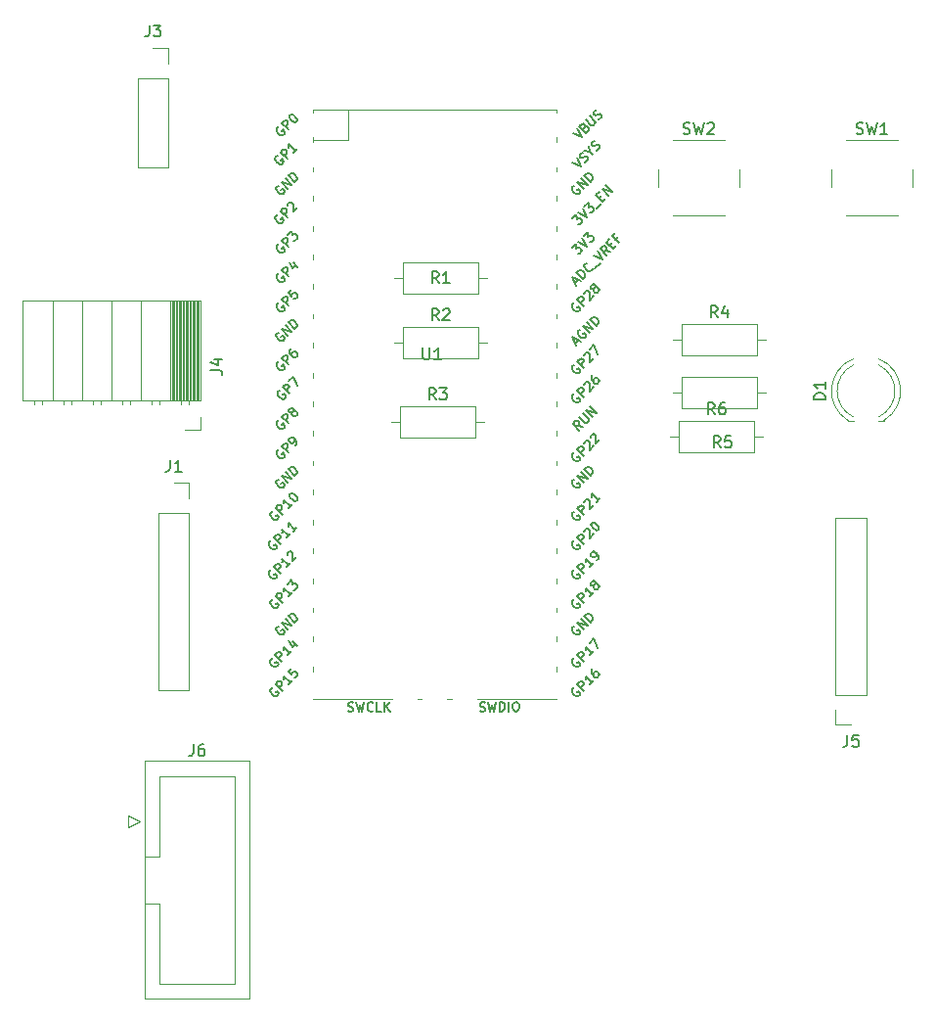
<source format=gbr>
%TF.GenerationSoftware,KiCad,Pcbnew,(6.0.1)*%
%TF.CreationDate,2022-11-11T16:48:07-03:00*%
%TF.ProjectId,Circuito esquem_tico,43697263-7569-4746-9f20-65737175656d,rev?*%
%TF.SameCoordinates,Original*%
%TF.FileFunction,Legend,Top*%
%TF.FilePolarity,Positive*%
%FSLAX46Y46*%
G04 Gerber Fmt 4.6, Leading zero omitted, Abs format (unit mm)*
G04 Created by KiCad (PCBNEW (6.0.1)) date 2022-11-11 16:48:07*
%MOMM*%
%LPD*%
G01*
G04 APERTURE LIST*
%ADD10C,0.150000*%
%ADD11C,0.120000*%
G04 APERTURE END LIST*
D10*
%TO.C,R6*%
X163409333Y-71488380D02*
X163076000Y-71012190D01*
X162837904Y-71488380D02*
X162837904Y-70488380D01*
X163218857Y-70488380D01*
X163314095Y-70536000D01*
X163361714Y-70583619D01*
X163409333Y-70678857D01*
X163409333Y-70821714D01*
X163361714Y-70916952D01*
X163314095Y-70964571D01*
X163218857Y-71012190D01*
X162837904Y-71012190D01*
X164266476Y-70488380D02*
X164076000Y-70488380D01*
X163980761Y-70536000D01*
X163933142Y-70583619D01*
X163837904Y-70726476D01*
X163790285Y-70916952D01*
X163790285Y-71297904D01*
X163837904Y-71393142D01*
X163885523Y-71440761D01*
X163980761Y-71488380D01*
X164171238Y-71488380D01*
X164266476Y-71440761D01*
X164314095Y-71393142D01*
X164361714Y-71297904D01*
X164361714Y-71059809D01*
X164314095Y-70964571D01*
X164266476Y-70916952D01*
X164171238Y-70869333D01*
X163980761Y-70869333D01*
X163885523Y-70916952D01*
X163837904Y-70964571D01*
X163790285Y-71059809D01*
%TO.C,J3*%
X114474666Y-37830380D02*
X114474666Y-38544666D01*
X114427047Y-38687523D01*
X114331809Y-38782761D01*
X114188952Y-38830380D01*
X114093714Y-38830380D01*
X114855619Y-37830380D02*
X115474666Y-37830380D01*
X115141333Y-38211333D01*
X115284190Y-38211333D01*
X115379428Y-38258952D01*
X115427047Y-38306571D01*
X115474666Y-38401809D01*
X115474666Y-38639904D01*
X115427047Y-38735142D01*
X115379428Y-38782761D01*
X115284190Y-38830380D01*
X114998476Y-38830380D01*
X114903238Y-38782761D01*
X114855619Y-38735142D01*
%TO.C,R5*%
X163917333Y-74366380D02*
X163584000Y-73890190D01*
X163345904Y-74366380D02*
X163345904Y-73366380D01*
X163726857Y-73366380D01*
X163822095Y-73414000D01*
X163869714Y-73461619D01*
X163917333Y-73556857D01*
X163917333Y-73699714D01*
X163869714Y-73794952D01*
X163822095Y-73842571D01*
X163726857Y-73890190D01*
X163345904Y-73890190D01*
X164822095Y-73366380D02*
X164345904Y-73366380D01*
X164298285Y-73842571D01*
X164345904Y-73794952D01*
X164441142Y-73747333D01*
X164679238Y-73747333D01*
X164774476Y-73794952D01*
X164822095Y-73842571D01*
X164869714Y-73937809D01*
X164869714Y-74175904D01*
X164822095Y-74271142D01*
X164774476Y-74318761D01*
X164679238Y-74366380D01*
X164441142Y-74366380D01*
X164345904Y-74318761D01*
X164298285Y-74271142D01*
%TO.C,J4*%
X119799386Y-67663324D02*
X120513672Y-67663324D01*
X120656529Y-67710943D01*
X120751767Y-67806181D01*
X120799386Y-67949038D01*
X120799386Y-68044276D01*
X120132720Y-66758562D02*
X120799386Y-66758562D01*
X119751767Y-66996657D02*
X120466053Y-67234752D01*
X120466053Y-66615705D01*
%TO.C,J6*%
X118294166Y-100032380D02*
X118294166Y-100746666D01*
X118246547Y-100889523D01*
X118151309Y-100984761D01*
X118008452Y-101032380D01*
X117913214Y-101032380D01*
X119198928Y-100032380D02*
X119008452Y-100032380D01*
X118913214Y-100080000D01*
X118865595Y-100127619D01*
X118770357Y-100270476D01*
X118722738Y-100460952D01*
X118722738Y-100841904D01*
X118770357Y-100937142D01*
X118817976Y-100984761D01*
X118913214Y-101032380D01*
X119103690Y-101032380D01*
X119198928Y-100984761D01*
X119246547Y-100937142D01*
X119294166Y-100841904D01*
X119294166Y-100603809D01*
X119246547Y-100508571D01*
X119198928Y-100460952D01*
X119103690Y-100413333D01*
X118913214Y-100413333D01*
X118817976Y-100460952D01*
X118770357Y-100508571D01*
X118722738Y-100603809D01*
%TO.C,R4*%
X163663333Y-63106380D02*
X163330000Y-62630190D01*
X163091904Y-63106380D02*
X163091904Y-62106380D01*
X163472857Y-62106380D01*
X163568095Y-62154000D01*
X163615714Y-62201619D01*
X163663333Y-62296857D01*
X163663333Y-62439714D01*
X163615714Y-62534952D01*
X163568095Y-62582571D01*
X163472857Y-62630190D01*
X163091904Y-62630190D01*
X164520476Y-62439714D02*
X164520476Y-63106380D01*
X164282380Y-62058761D02*
X164044285Y-62773047D01*
X164663333Y-62773047D01*
%TO.C,J1*%
X116277666Y-75442380D02*
X116277666Y-76156666D01*
X116230047Y-76299523D01*
X116134809Y-76394761D01*
X115991952Y-76442380D01*
X115896714Y-76442380D01*
X117277666Y-76442380D02*
X116706238Y-76442380D01*
X116991952Y-76442380D02*
X116991952Y-75442380D01*
X116896714Y-75585238D01*
X116801476Y-75680476D01*
X116706238Y-75728095D01*
%TO.C,SW2*%
X160718666Y-47208761D02*
X160861523Y-47256380D01*
X161099619Y-47256380D01*
X161194857Y-47208761D01*
X161242476Y-47161142D01*
X161290095Y-47065904D01*
X161290095Y-46970666D01*
X161242476Y-46875428D01*
X161194857Y-46827809D01*
X161099619Y-46780190D01*
X160909142Y-46732571D01*
X160813904Y-46684952D01*
X160766285Y-46637333D01*
X160718666Y-46542095D01*
X160718666Y-46446857D01*
X160766285Y-46351619D01*
X160813904Y-46304000D01*
X160909142Y-46256380D01*
X161147238Y-46256380D01*
X161290095Y-46304000D01*
X161623428Y-46256380D02*
X161861523Y-47256380D01*
X162052000Y-46542095D01*
X162242476Y-47256380D01*
X162480571Y-46256380D01*
X162813904Y-46351619D02*
X162861523Y-46304000D01*
X162956761Y-46256380D01*
X163194857Y-46256380D01*
X163290095Y-46304000D01*
X163337714Y-46351619D01*
X163385333Y-46446857D01*
X163385333Y-46542095D01*
X163337714Y-46684952D01*
X162766285Y-47256380D01*
X163385333Y-47256380D01*
%TO.C,D1*%
X173022380Y-70207095D02*
X172022380Y-70207095D01*
X172022380Y-69969000D01*
X172070000Y-69826142D01*
X172165238Y-69730904D01*
X172260476Y-69683285D01*
X172450952Y-69635666D01*
X172593809Y-69635666D01*
X172784285Y-69683285D01*
X172879523Y-69730904D01*
X172974761Y-69826142D01*
X173022380Y-69969000D01*
X173022380Y-70207095D01*
X173022380Y-68683285D02*
X173022380Y-69254714D01*
X173022380Y-68969000D02*
X172022380Y-68969000D01*
X172165238Y-69064238D01*
X172260476Y-69159476D01*
X172308095Y-69254714D01*
%TO.C,R1*%
X139533333Y-60142380D02*
X139200000Y-59666190D01*
X138961904Y-60142380D02*
X138961904Y-59142380D01*
X139342857Y-59142380D01*
X139438095Y-59190000D01*
X139485714Y-59237619D01*
X139533333Y-59332857D01*
X139533333Y-59475714D01*
X139485714Y-59570952D01*
X139438095Y-59618571D01*
X139342857Y-59666190D01*
X138961904Y-59666190D01*
X140485714Y-60142380D02*
X139914285Y-60142380D01*
X140200000Y-60142380D02*
X140200000Y-59142380D01*
X140104761Y-59285238D01*
X140009523Y-59380476D01*
X139914285Y-59428095D01*
%TO.C,R2*%
X139533333Y-63360380D02*
X139200000Y-62884190D01*
X138961904Y-63360380D02*
X138961904Y-62360380D01*
X139342857Y-62360380D01*
X139438095Y-62408000D01*
X139485714Y-62455619D01*
X139533333Y-62550857D01*
X139533333Y-62693714D01*
X139485714Y-62788952D01*
X139438095Y-62836571D01*
X139342857Y-62884190D01*
X138961904Y-62884190D01*
X139914285Y-62455619D02*
X139961904Y-62408000D01*
X140057142Y-62360380D01*
X140295238Y-62360380D01*
X140390476Y-62408000D01*
X140438095Y-62455619D01*
X140485714Y-62550857D01*
X140485714Y-62646095D01*
X140438095Y-62788952D01*
X139866666Y-63360380D01*
X140485714Y-63360380D01*
%TO.C,U1*%
X138176095Y-65746380D02*
X138176095Y-66555904D01*
X138223714Y-66651142D01*
X138271333Y-66698761D01*
X138366571Y-66746380D01*
X138557047Y-66746380D01*
X138652285Y-66698761D01*
X138699904Y-66651142D01*
X138747523Y-66555904D01*
X138747523Y-65746380D01*
X139747523Y-66746380D02*
X139176095Y-66746380D01*
X139461809Y-66746380D02*
X139461809Y-65746380D01*
X139366571Y-65889238D01*
X139271333Y-65984476D01*
X139176095Y-66032095D01*
X125035722Y-82432592D02*
X124954910Y-82459529D01*
X124874097Y-82540341D01*
X124820223Y-82648091D01*
X124820223Y-82755841D01*
X124847160Y-82836653D01*
X124927972Y-82971340D01*
X125008784Y-83052152D01*
X125143471Y-83132964D01*
X125224284Y-83159902D01*
X125332033Y-83159902D01*
X125439783Y-83106027D01*
X125493658Y-83052152D01*
X125547532Y-82944402D01*
X125547532Y-82890528D01*
X125358971Y-82701966D01*
X125251221Y-82809715D01*
X125843844Y-82701966D02*
X125278158Y-82136280D01*
X125493658Y-81920781D01*
X125574470Y-81893844D01*
X125628345Y-81893844D01*
X125709157Y-81920781D01*
X125789969Y-82001593D01*
X125816906Y-82082406D01*
X125816906Y-82136280D01*
X125789969Y-82217093D01*
X125574470Y-82432592D01*
X126705841Y-81839969D02*
X126382592Y-82163218D01*
X126544216Y-82001593D02*
X125978531Y-81435908D01*
X126005468Y-81570595D01*
X126005468Y-81678345D01*
X125978531Y-81759157D01*
X127244589Y-81301221D02*
X126921340Y-81624470D01*
X127082964Y-81462845D02*
X126517279Y-80897160D01*
X126544216Y-81031847D01*
X126544216Y-81139597D01*
X126517279Y-81220409D01*
X151343597Y-65352964D02*
X151612971Y-65083590D01*
X151451346Y-65568463D02*
X151074223Y-64814216D01*
X151828470Y-65191340D01*
X151774595Y-64167719D02*
X151693783Y-64194656D01*
X151612971Y-64275468D01*
X151559096Y-64383218D01*
X151559096Y-64490967D01*
X151586033Y-64571780D01*
X151666845Y-64706467D01*
X151747658Y-64787279D01*
X151882345Y-64868091D01*
X151963157Y-64895028D01*
X152070906Y-64895028D01*
X152178656Y-64841154D01*
X152232531Y-64787279D01*
X152286406Y-64679529D01*
X152286406Y-64625654D01*
X152097844Y-64437093D01*
X151990094Y-64544842D01*
X152582717Y-64437093D02*
X152017032Y-63871407D01*
X152905966Y-64113844D01*
X152340280Y-63548158D01*
X153175340Y-63844470D02*
X152609654Y-63278784D01*
X152744341Y-63144097D01*
X152852091Y-63090223D01*
X152959841Y-63090223D01*
X153040653Y-63117160D01*
X153175340Y-63197972D01*
X153256152Y-63278784D01*
X153336964Y-63413471D01*
X153363902Y-63494284D01*
X153363902Y-63602033D01*
X153310027Y-63709783D01*
X153175340Y-63844470D01*
X151278158Y-89810155D02*
X151197346Y-89837093D01*
X151116534Y-89917905D01*
X151062659Y-90025654D01*
X151062659Y-90133404D01*
X151089597Y-90214216D01*
X151170409Y-90348903D01*
X151251221Y-90429715D01*
X151385908Y-90510528D01*
X151466720Y-90537465D01*
X151574470Y-90537465D01*
X151682219Y-90483590D01*
X151736094Y-90429715D01*
X151789969Y-90321966D01*
X151789969Y-90268091D01*
X151601407Y-90079529D01*
X151493658Y-90187279D01*
X152086280Y-90079529D02*
X151520595Y-89513844D01*
X152409529Y-89756280D01*
X151843844Y-89190595D01*
X152678903Y-89486906D02*
X152113218Y-88921221D01*
X152247905Y-88786534D01*
X152355654Y-88732659D01*
X152463404Y-88732659D01*
X152544216Y-88759597D01*
X152678903Y-88840409D01*
X152759715Y-88921221D01*
X152840528Y-89055908D01*
X152867465Y-89136720D01*
X152867465Y-89244470D01*
X152813590Y-89352219D01*
X152678903Y-89486906D01*
X151145129Y-47139309D02*
X151899377Y-47516433D01*
X151522253Y-46762186D01*
X152168751Y-46654436D02*
X152276500Y-46600561D01*
X152330375Y-46600561D01*
X152411187Y-46627499D01*
X152492000Y-46708311D01*
X152518937Y-46789123D01*
X152518937Y-46842998D01*
X152492000Y-46923810D01*
X152276500Y-47139309D01*
X151710815Y-46573624D01*
X151899377Y-46385062D01*
X151980189Y-46358125D01*
X152034064Y-46358125D01*
X152114876Y-46385062D01*
X152168751Y-46438937D01*
X152195688Y-46519749D01*
X152195688Y-46573624D01*
X152168751Y-46654436D01*
X151980189Y-46842998D01*
X152276500Y-46007938D02*
X152734436Y-46465874D01*
X152815248Y-46492812D01*
X152869123Y-46492812D01*
X152949935Y-46465874D01*
X153057685Y-46358125D01*
X153084622Y-46277312D01*
X153084622Y-46223438D01*
X153057685Y-46142625D01*
X152599749Y-45684690D01*
X153380934Y-45981001D02*
X153488683Y-45927126D01*
X153623370Y-45792439D01*
X153650308Y-45711627D01*
X153650308Y-45657752D01*
X153623370Y-45576940D01*
X153569496Y-45523065D01*
X153488683Y-45496128D01*
X153434809Y-45496128D01*
X153353996Y-45523065D01*
X153219309Y-45603877D01*
X153138497Y-45630815D01*
X153084622Y-45630815D01*
X153003810Y-45603877D01*
X152949935Y-45550003D01*
X152922998Y-45469190D01*
X152922998Y-45415316D01*
X152949935Y-45334503D01*
X153084622Y-45199816D01*
X153192372Y-45145942D01*
X151278158Y-51710155D02*
X151197346Y-51737093D01*
X151116534Y-51817905D01*
X151062659Y-51925654D01*
X151062659Y-52033404D01*
X151089597Y-52114216D01*
X151170409Y-52248903D01*
X151251221Y-52329715D01*
X151385908Y-52410528D01*
X151466720Y-52437465D01*
X151574470Y-52437465D01*
X151682219Y-52383590D01*
X151736094Y-52329715D01*
X151789969Y-52221966D01*
X151789969Y-52168091D01*
X151601407Y-51979529D01*
X151493658Y-52087279D01*
X152086280Y-51979529D02*
X151520595Y-51413844D01*
X152409529Y-51656280D01*
X151843844Y-51090595D01*
X152678903Y-51386906D02*
X152113218Y-50821221D01*
X152247905Y-50686534D01*
X152355654Y-50632659D01*
X152463404Y-50632659D01*
X152544216Y-50659597D01*
X152678903Y-50740409D01*
X152759715Y-50821221D01*
X152840528Y-50955908D01*
X152867465Y-51036720D01*
X152867465Y-51144470D01*
X152813590Y-51252219D01*
X152678903Y-51386906D01*
X125181722Y-87512592D02*
X125100910Y-87539529D01*
X125020097Y-87620341D01*
X124966223Y-87728091D01*
X124966223Y-87835841D01*
X124993160Y-87916653D01*
X125073972Y-88051340D01*
X125154784Y-88132152D01*
X125289471Y-88212964D01*
X125370284Y-88239902D01*
X125478033Y-88239902D01*
X125585783Y-88186027D01*
X125639658Y-88132152D01*
X125693532Y-88024402D01*
X125693532Y-87970528D01*
X125504971Y-87781966D01*
X125397221Y-87889715D01*
X125989844Y-87781966D02*
X125424158Y-87216280D01*
X125639658Y-87000781D01*
X125720470Y-86973844D01*
X125774345Y-86973844D01*
X125855157Y-87000781D01*
X125935969Y-87081593D01*
X125962906Y-87162406D01*
X125962906Y-87216280D01*
X125935969Y-87297093D01*
X125720470Y-87512592D01*
X126851841Y-86919969D02*
X126528592Y-87243218D01*
X126690216Y-87081593D02*
X126124531Y-86515908D01*
X126151468Y-86650595D01*
X126151468Y-86758345D01*
X126124531Y-86839157D01*
X126474717Y-86165722D02*
X126824903Y-85815536D01*
X126851841Y-86219597D01*
X126932653Y-86138784D01*
X127013465Y-86111847D01*
X127067340Y-86111847D01*
X127148152Y-86138784D01*
X127282839Y-86273471D01*
X127309776Y-86354284D01*
X127309776Y-86408158D01*
X127282839Y-86488971D01*
X127121215Y-86650595D01*
X127040402Y-86677532D01*
X126986528Y-86677532D01*
X151346788Y-60145773D02*
X151616162Y-59876399D01*
X151454537Y-60361272D02*
X151077414Y-59607025D01*
X151831661Y-59984149D01*
X152020223Y-59795587D02*
X151454537Y-59229902D01*
X151589224Y-59095215D01*
X151696974Y-59041340D01*
X151804723Y-59041340D01*
X151885536Y-59068277D01*
X152020223Y-59149089D01*
X152101035Y-59229902D01*
X152181847Y-59364589D01*
X152208784Y-59445401D01*
X152208784Y-59553150D01*
X152154910Y-59660900D01*
X152020223Y-59795587D01*
X152855282Y-58852778D02*
X152855282Y-58906653D01*
X152801407Y-59014402D01*
X152747532Y-59068277D01*
X152639783Y-59122152D01*
X152532033Y-59122152D01*
X152451221Y-59095215D01*
X152316534Y-59014402D01*
X152235722Y-58933590D01*
X152154910Y-58798903D01*
X152127972Y-58718091D01*
X152127972Y-58610341D01*
X152181847Y-58502592D01*
X152235722Y-58448717D01*
X152343471Y-58394842D01*
X152397346Y-58394842D01*
X153070781Y-58852778D02*
X153501780Y-58421780D01*
X152936094Y-57748345D02*
X153690341Y-58125468D01*
X153313218Y-57371221D01*
X154390714Y-57425096D02*
X153932778Y-57344284D01*
X154067465Y-57748345D02*
X153501780Y-57182659D01*
X153717279Y-56967160D01*
X153798091Y-56940223D01*
X153851966Y-56940223D01*
X153932778Y-56967160D01*
X154013590Y-57047972D01*
X154040528Y-57128784D01*
X154040528Y-57182659D01*
X154013590Y-57263471D01*
X153798091Y-57478971D01*
X154336839Y-56886348D02*
X154525401Y-56697786D01*
X154902524Y-56913285D02*
X154633150Y-57182659D01*
X154067465Y-56616974D01*
X154336839Y-56347600D01*
X155037211Y-56185975D02*
X154848650Y-56374537D01*
X155144961Y-56670849D02*
X154579276Y-56105163D01*
X154848650Y-55835789D01*
X125705096Y-59303218D02*
X125624284Y-59330155D01*
X125543471Y-59410967D01*
X125489597Y-59518717D01*
X125489597Y-59626467D01*
X125516534Y-59707279D01*
X125597346Y-59841966D01*
X125678158Y-59922778D01*
X125812845Y-60003590D01*
X125893658Y-60030528D01*
X126001407Y-60030528D01*
X126109157Y-59976653D01*
X126163032Y-59922778D01*
X126216906Y-59815028D01*
X126216906Y-59761154D01*
X126028345Y-59572592D01*
X125920595Y-59680341D01*
X126513218Y-59572592D02*
X125947532Y-59006906D01*
X126163032Y-58791407D01*
X126243844Y-58764470D01*
X126297719Y-58764470D01*
X126378531Y-58791407D01*
X126459343Y-58872219D01*
X126486280Y-58953032D01*
X126486280Y-59006906D01*
X126459343Y-59087719D01*
X126243844Y-59303218D01*
X126944216Y-58387346D02*
X127321340Y-58764470D01*
X126594030Y-58306534D02*
X126863404Y-58845282D01*
X127213590Y-58495096D01*
X125805096Y-69433218D02*
X125724284Y-69460155D01*
X125643471Y-69540967D01*
X125589597Y-69648717D01*
X125589597Y-69756467D01*
X125616534Y-69837279D01*
X125697346Y-69971966D01*
X125778158Y-70052778D01*
X125912845Y-70133590D01*
X125993658Y-70160528D01*
X126101407Y-70160528D01*
X126209157Y-70106653D01*
X126263032Y-70052778D01*
X126316906Y-69945028D01*
X126316906Y-69891154D01*
X126128345Y-69702592D01*
X126020595Y-69810341D01*
X126613218Y-69702592D02*
X126047532Y-69136906D01*
X126263032Y-68921407D01*
X126343844Y-68894470D01*
X126397719Y-68894470D01*
X126478531Y-68921407D01*
X126559343Y-69002219D01*
X126586280Y-69083032D01*
X126586280Y-69136906D01*
X126559343Y-69217719D01*
X126343844Y-69433218D01*
X126559343Y-68625096D02*
X126936467Y-68247972D01*
X127259715Y-69056094D01*
X125181722Y-95132592D02*
X125100910Y-95159529D01*
X125020097Y-95240341D01*
X124966223Y-95348091D01*
X124966223Y-95455841D01*
X124993160Y-95536653D01*
X125073972Y-95671340D01*
X125154784Y-95752152D01*
X125289471Y-95832964D01*
X125370284Y-95859902D01*
X125478033Y-95859902D01*
X125585783Y-95806027D01*
X125639658Y-95752152D01*
X125693532Y-95644402D01*
X125693532Y-95590528D01*
X125504971Y-95401966D01*
X125397221Y-95509715D01*
X125989844Y-95401966D02*
X125424158Y-94836280D01*
X125639658Y-94620781D01*
X125720470Y-94593844D01*
X125774345Y-94593844D01*
X125855157Y-94620781D01*
X125935969Y-94701593D01*
X125962906Y-94782406D01*
X125962906Y-94836280D01*
X125935969Y-94917093D01*
X125720470Y-95132592D01*
X126851841Y-94539969D02*
X126528592Y-94863218D01*
X126690216Y-94701593D02*
X126124531Y-94135908D01*
X126151468Y-94270595D01*
X126151468Y-94378345D01*
X126124531Y-94459157D01*
X126797966Y-93462473D02*
X126528592Y-93731847D01*
X126771028Y-94028158D01*
X126771028Y-93974284D01*
X126797966Y-93893471D01*
X126932653Y-93758784D01*
X127013465Y-93731847D01*
X127067340Y-93731847D01*
X127148152Y-93758784D01*
X127282839Y-93893471D01*
X127309776Y-93974284D01*
X127309776Y-94028158D01*
X127282839Y-94108971D01*
X127148152Y-94243658D01*
X127067340Y-94270595D01*
X127013465Y-94270595D01*
X151289722Y-92592592D02*
X151208910Y-92619529D01*
X151128097Y-92700341D01*
X151074223Y-92808091D01*
X151074223Y-92915841D01*
X151101160Y-92996653D01*
X151181972Y-93131340D01*
X151262784Y-93212152D01*
X151397471Y-93292964D01*
X151478284Y-93319902D01*
X151586033Y-93319902D01*
X151693783Y-93266027D01*
X151747658Y-93212152D01*
X151801532Y-93104402D01*
X151801532Y-93050528D01*
X151612971Y-92861966D01*
X151505221Y-92969715D01*
X152097844Y-92861966D02*
X151532158Y-92296280D01*
X151747658Y-92080781D01*
X151828470Y-92053844D01*
X151882345Y-92053844D01*
X151963157Y-92080781D01*
X152043969Y-92161593D01*
X152070906Y-92242406D01*
X152070906Y-92296280D01*
X152043969Y-92377093D01*
X151828470Y-92592592D01*
X152959841Y-91999969D02*
X152636592Y-92323218D01*
X152798216Y-92161593D02*
X152232531Y-91595908D01*
X152259468Y-91730595D01*
X152259468Y-91838345D01*
X152232531Y-91919157D01*
X152582717Y-91245722D02*
X152959841Y-90868598D01*
X153283089Y-91676720D01*
X151289722Y-69732592D02*
X151208910Y-69759529D01*
X151128097Y-69840341D01*
X151074223Y-69948091D01*
X151074223Y-70055841D01*
X151101160Y-70136653D01*
X151181972Y-70271340D01*
X151262784Y-70352152D01*
X151397471Y-70432964D01*
X151478284Y-70459902D01*
X151586033Y-70459902D01*
X151693783Y-70406027D01*
X151747658Y-70352152D01*
X151801532Y-70244402D01*
X151801532Y-70190528D01*
X151612971Y-70001966D01*
X151505221Y-70109715D01*
X152097844Y-70001966D02*
X151532158Y-69436280D01*
X151747658Y-69220781D01*
X151828470Y-69193844D01*
X151882345Y-69193844D01*
X151963157Y-69220781D01*
X152043969Y-69301593D01*
X152070906Y-69382406D01*
X152070906Y-69436280D01*
X152043969Y-69517093D01*
X151828470Y-69732592D01*
X152124781Y-68951407D02*
X152124781Y-68897532D01*
X152151719Y-68816720D01*
X152286406Y-68682033D01*
X152367218Y-68655096D01*
X152421093Y-68655096D01*
X152501905Y-68682033D01*
X152555780Y-68735908D01*
X152609654Y-68843658D01*
X152609654Y-69490155D01*
X152959841Y-69139969D01*
X152879028Y-68089410D02*
X152771279Y-68197160D01*
X152744341Y-68277972D01*
X152744341Y-68331847D01*
X152771279Y-68466534D01*
X152852091Y-68601221D01*
X153067590Y-68816720D01*
X153148402Y-68843658D01*
X153202277Y-68843658D01*
X153283089Y-68816720D01*
X153390839Y-68708971D01*
X153417776Y-68628158D01*
X153417776Y-68574284D01*
X153390839Y-68493471D01*
X153256152Y-68358784D01*
X153175340Y-68331847D01*
X153121465Y-68331847D01*
X153040653Y-68358784D01*
X152932903Y-68466534D01*
X152905966Y-68547346D01*
X152905966Y-68601221D01*
X152932903Y-68682033D01*
X131682476Y-97135809D02*
X131796761Y-97173904D01*
X131987238Y-97173904D01*
X132063428Y-97135809D01*
X132101523Y-97097714D01*
X132139619Y-97021523D01*
X132139619Y-96945333D01*
X132101523Y-96869142D01*
X132063428Y-96831047D01*
X131987238Y-96792952D01*
X131834857Y-96754857D01*
X131758666Y-96716761D01*
X131720571Y-96678666D01*
X131682476Y-96602476D01*
X131682476Y-96526285D01*
X131720571Y-96450095D01*
X131758666Y-96412000D01*
X131834857Y-96373904D01*
X132025333Y-96373904D01*
X132139619Y-96412000D01*
X132406285Y-96373904D02*
X132596761Y-97173904D01*
X132749142Y-96602476D01*
X132901523Y-97173904D01*
X133092000Y-96373904D01*
X133853904Y-97097714D02*
X133815809Y-97135809D01*
X133701523Y-97173904D01*
X133625333Y-97173904D01*
X133511047Y-97135809D01*
X133434857Y-97059619D01*
X133396761Y-96983428D01*
X133358666Y-96831047D01*
X133358666Y-96716761D01*
X133396761Y-96564380D01*
X133434857Y-96488190D01*
X133511047Y-96412000D01*
X133625333Y-96373904D01*
X133701523Y-96373904D01*
X133815809Y-96412000D01*
X133853904Y-96450095D01*
X134577714Y-97173904D02*
X134196761Y-97173904D01*
X134196761Y-96373904D01*
X134844380Y-97173904D02*
X134844380Y-96373904D01*
X135301523Y-97173904D02*
X134958666Y-96716761D01*
X135301523Y-96373904D02*
X134844380Y-96831047D01*
X151114131Y-54570308D02*
X151464317Y-54220122D01*
X151491255Y-54624183D01*
X151572067Y-54543370D01*
X151652879Y-54516433D01*
X151706754Y-54516433D01*
X151787566Y-54543370D01*
X151922253Y-54678057D01*
X151949190Y-54758870D01*
X151949190Y-54812744D01*
X151922253Y-54893557D01*
X151760629Y-55055181D01*
X151679816Y-55082118D01*
X151625942Y-55082118D01*
X151625942Y-54058497D02*
X152380189Y-54435621D01*
X152003065Y-53681374D01*
X152137752Y-53546687D02*
X152487938Y-53196500D01*
X152514876Y-53600561D01*
X152595688Y-53519749D01*
X152676500Y-53492812D01*
X152730375Y-53492812D01*
X152811187Y-53519749D01*
X152945874Y-53654436D01*
X152972812Y-53735248D01*
X152972812Y-53789123D01*
X152945874Y-53869935D01*
X152784250Y-54031560D01*
X152703438Y-54058497D01*
X152649563Y-54058497D01*
X153215248Y-53708311D02*
X153646247Y-53277312D01*
X153430748Y-52792439D02*
X153619309Y-52603877D01*
X153996433Y-52819377D02*
X153727059Y-53088751D01*
X153161374Y-52523065D01*
X153430748Y-52253691D01*
X154238870Y-52576940D02*
X153673184Y-52011255D01*
X154562118Y-52253691D01*
X153996433Y-51688006D01*
X151081847Y-57102592D02*
X151432033Y-56752406D01*
X151458971Y-57156467D01*
X151539783Y-57075654D01*
X151620595Y-57048717D01*
X151674470Y-57048717D01*
X151755282Y-57075654D01*
X151889969Y-57210341D01*
X151916906Y-57291154D01*
X151916906Y-57345028D01*
X151889969Y-57425841D01*
X151728345Y-57587465D01*
X151647532Y-57614402D01*
X151593658Y-57614402D01*
X151593658Y-56590781D02*
X152347905Y-56967905D01*
X151970781Y-56213658D01*
X152105468Y-56078971D02*
X152455654Y-55728784D01*
X152482592Y-56132845D01*
X152563404Y-56052033D01*
X152644216Y-56025096D01*
X152698091Y-56025096D01*
X152778903Y-56052033D01*
X152913590Y-56186720D01*
X152940528Y-56267532D01*
X152940528Y-56321407D01*
X152913590Y-56402219D01*
X152751966Y-56563844D01*
X152671154Y-56590781D01*
X152617279Y-56590781D01*
X125705096Y-72003218D02*
X125624284Y-72030155D01*
X125543471Y-72110967D01*
X125489597Y-72218717D01*
X125489597Y-72326467D01*
X125516534Y-72407279D01*
X125597346Y-72541966D01*
X125678158Y-72622778D01*
X125812845Y-72703590D01*
X125893658Y-72730528D01*
X126001407Y-72730528D01*
X126109157Y-72676653D01*
X126163032Y-72622778D01*
X126216906Y-72515028D01*
X126216906Y-72461154D01*
X126028345Y-72272592D01*
X125920595Y-72380341D01*
X126513218Y-72272592D02*
X125947532Y-71706906D01*
X126163032Y-71491407D01*
X126243844Y-71464470D01*
X126297719Y-71464470D01*
X126378531Y-71491407D01*
X126459343Y-71572219D01*
X126486280Y-71653032D01*
X126486280Y-71706906D01*
X126459343Y-71787719D01*
X126243844Y-72003218D01*
X126836467Y-71302845D02*
X126755654Y-71329783D01*
X126701780Y-71329783D01*
X126620967Y-71302845D01*
X126594030Y-71275908D01*
X126567093Y-71195096D01*
X126567093Y-71141221D01*
X126594030Y-71060409D01*
X126701780Y-70952659D01*
X126782592Y-70925722D01*
X126836467Y-70925722D01*
X126917279Y-70952659D01*
X126944216Y-70979597D01*
X126971154Y-71060409D01*
X126971154Y-71114284D01*
X126944216Y-71195096D01*
X126836467Y-71302845D01*
X126809529Y-71383658D01*
X126809529Y-71437532D01*
X126836467Y-71518345D01*
X126944216Y-71626094D01*
X127025028Y-71653032D01*
X127078903Y-71653032D01*
X127159715Y-71626094D01*
X127267465Y-71518345D01*
X127294402Y-71437532D01*
X127294402Y-71383658D01*
X127267465Y-71302845D01*
X127159715Y-71195096D01*
X127078903Y-71168158D01*
X127025028Y-71168158D01*
X126944216Y-71195096D01*
X151289722Y-95132592D02*
X151208910Y-95159529D01*
X151128097Y-95240341D01*
X151074223Y-95348091D01*
X151074223Y-95455841D01*
X151101160Y-95536653D01*
X151181972Y-95671340D01*
X151262784Y-95752152D01*
X151397471Y-95832964D01*
X151478284Y-95859902D01*
X151586033Y-95859902D01*
X151693783Y-95806027D01*
X151747658Y-95752152D01*
X151801532Y-95644402D01*
X151801532Y-95590528D01*
X151612971Y-95401966D01*
X151505221Y-95509715D01*
X152097844Y-95401966D02*
X151532158Y-94836280D01*
X151747658Y-94620781D01*
X151828470Y-94593844D01*
X151882345Y-94593844D01*
X151963157Y-94620781D01*
X152043969Y-94701593D01*
X152070906Y-94782406D01*
X152070906Y-94836280D01*
X152043969Y-94917093D01*
X151828470Y-95132592D01*
X152959841Y-94539969D02*
X152636592Y-94863218D01*
X152798216Y-94701593D02*
X152232531Y-94135908D01*
X152259468Y-94270595D01*
X152259468Y-94378345D01*
X152232531Y-94459157D01*
X152879028Y-93489410D02*
X152771279Y-93597160D01*
X152744341Y-93677972D01*
X152744341Y-93731847D01*
X152771279Y-93866534D01*
X152852091Y-94001221D01*
X153067590Y-94216720D01*
X153148402Y-94243658D01*
X153202277Y-94243658D01*
X153283089Y-94216720D01*
X153390839Y-94108971D01*
X153417776Y-94028158D01*
X153417776Y-93974284D01*
X153390839Y-93893471D01*
X153256152Y-93758784D01*
X153175340Y-93731847D01*
X153121465Y-93731847D01*
X153040653Y-93758784D01*
X152932903Y-93866534D01*
X152905966Y-93947346D01*
X152905966Y-94001221D01*
X152932903Y-94082033D01*
X151278158Y-77110155D02*
X151197346Y-77137093D01*
X151116534Y-77217905D01*
X151062659Y-77325654D01*
X151062659Y-77433404D01*
X151089597Y-77514216D01*
X151170409Y-77648903D01*
X151251221Y-77729715D01*
X151385908Y-77810528D01*
X151466720Y-77837465D01*
X151574470Y-77837465D01*
X151682219Y-77783590D01*
X151736094Y-77729715D01*
X151789969Y-77621966D01*
X151789969Y-77568091D01*
X151601407Y-77379529D01*
X151493658Y-77487279D01*
X152086280Y-77379529D02*
X151520595Y-76813844D01*
X152409529Y-77056280D01*
X151843844Y-76490595D01*
X152678903Y-76786906D02*
X152113218Y-76221221D01*
X152247905Y-76086534D01*
X152355654Y-76032659D01*
X152463404Y-76032659D01*
X152544216Y-76059597D01*
X152678903Y-76140409D01*
X152759715Y-76221221D01*
X152840528Y-76355908D01*
X152867465Y-76436720D01*
X152867465Y-76544470D01*
X152813590Y-76652219D01*
X152678903Y-76786906D01*
X125678158Y-64410155D02*
X125597346Y-64437093D01*
X125516534Y-64517905D01*
X125462659Y-64625654D01*
X125462659Y-64733404D01*
X125489597Y-64814216D01*
X125570409Y-64948903D01*
X125651221Y-65029715D01*
X125785908Y-65110528D01*
X125866720Y-65137465D01*
X125974470Y-65137465D01*
X126082219Y-65083590D01*
X126136094Y-65029715D01*
X126189969Y-64921966D01*
X126189969Y-64868091D01*
X126001407Y-64679529D01*
X125893658Y-64787279D01*
X126486280Y-64679529D02*
X125920595Y-64113844D01*
X126809529Y-64356280D01*
X126243844Y-63790595D01*
X127078903Y-64086906D02*
X126513218Y-63521221D01*
X126647905Y-63386534D01*
X126755654Y-63332659D01*
X126863404Y-63332659D01*
X126944216Y-63359597D01*
X127078903Y-63440409D01*
X127159715Y-63521221D01*
X127240528Y-63655908D01*
X127267465Y-63736720D01*
X127267465Y-63844470D01*
X127213590Y-63952219D01*
X127078903Y-64086906D01*
X151289722Y-61858592D02*
X151208910Y-61885529D01*
X151128097Y-61966341D01*
X151074223Y-62074091D01*
X151074223Y-62181841D01*
X151101160Y-62262653D01*
X151181972Y-62397340D01*
X151262784Y-62478152D01*
X151397471Y-62558964D01*
X151478284Y-62585902D01*
X151586033Y-62585902D01*
X151693783Y-62532027D01*
X151747658Y-62478152D01*
X151801532Y-62370402D01*
X151801532Y-62316528D01*
X151612971Y-62127966D01*
X151505221Y-62235715D01*
X152097844Y-62127966D02*
X151532158Y-61562280D01*
X151747658Y-61346781D01*
X151828470Y-61319844D01*
X151882345Y-61319844D01*
X151963157Y-61346781D01*
X152043969Y-61427593D01*
X152070906Y-61508406D01*
X152070906Y-61562280D01*
X152043969Y-61643093D01*
X151828470Y-61858592D01*
X152124781Y-61077407D02*
X152124781Y-61023532D01*
X152151719Y-60942720D01*
X152286406Y-60808033D01*
X152367218Y-60781096D01*
X152421093Y-60781096D01*
X152501905Y-60808033D01*
X152555780Y-60861908D01*
X152609654Y-60969658D01*
X152609654Y-61616155D01*
X152959841Y-61265969D01*
X152959841Y-60619471D02*
X152879028Y-60646409D01*
X152825154Y-60646409D01*
X152744341Y-60619471D01*
X152717404Y-60592534D01*
X152690467Y-60511722D01*
X152690467Y-60457847D01*
X152717404Y-60377035D01*
X152825154Y-60269285D01*
X152905966Y-60242348D01*
X152959841Y-60242348D01*
X153040653Y-60269285D01*
X153067590Y-60296223D01*
X153094528Y-60377035D01*
X153094528Y-60430910D01*
X153067590Y-60511722D01*
X152959841Y-60619471D01*
X152932903Y-60700284D01*
X152932903Y-60754158D01*
X152959841Y-60834971D01*
X153067590Y-60942720D01*
X153148402Y-60969658D01*
X153202277Y-60969658D01*
X153283089Y-60942720D01*
X153390839Y-60834971D01*
X153417776Y-60754158D01*
X153417776Y-60700284D01*
X153390839Y-60619471D01*
X153283089Y-60511722D01*
X153202277Y-60484784D01*
X153148402Y-60484784D01*
X153067590Y-60511722D01*
X125705096Y-74543218D02*
X125624284Y-74570155D01*
X125543471Y-74650967D01*
X125489597Y-74758717D01*
X125489597Y-74866467D01*
X125516534Y-74947279D01*
X125597346Y-75081966D01*
X125678158Y-75162778D01*
X125812845Y-75243590D01*
X125893658Y-75270528D01*
X126001407Y-75270528D01*
X126109157Y-75216653D01*
X126163032Y-75162778D01*
X126216906Y-75055028D01*
X126216906Y-75001154D01*
X126028345Y-74812592D01*
X125920595Y-74920341D01*
X126513218Y-74812592D02*
X125947532Y-74246906D01*
X126163032Y-74031407D01*
X126243844Y-74004470D01*
X126297719Y-74004470D01*
X126378531Y-74031407D01*
X126459343Y-74112219D01*
X126486280Y-74193032D01*
X126486280Y-74246906D01*
X126459343Y-74327719D01*
X126243844Y-74543218D01*
X127105841Y-74219969D02*
X127213590Y-74112219D01*
X127240528Y-74031407D01*
X127240528Y-73977532D01*
X127213590Y-73842845D01*
X127132778Y-73708158D01*
X126917279Y-73492659D01*
X126836467Y-73465722D01*
X126782592Y-73465722D01*
X126701780Y-73492659D01*
X126594030Y-73600409D01*
X126567093Y-73681221D01*
X126567093Y-73735096D01*
X126594030Y-73815908D01*
X126728717Y-73950595D01*
X126809529Y-73977532D01*
X126863404Y-73977532D01*
X126944216Y-73950595D01*
X127051966Y-73842845D01*
X127078903Y-73762033D01*
X127078903Y-73708158D01*
X127051966Y-73627346D01*
X143096761Y-97135809D02*
X143211047Y-97173904D01*
X143401523Y-97173904D01*
X143477714Y-97135809D01*
X143515809Y-97097714D01*
X143553904Y-97021523D01*
X143553904Y-96945333D01*
X143515809Y-96869142D01*
X143477714Y-96831047D01*
X143401523Y-96792952D01*
X143249142Y-96754857D01*
X143172952Y-96716761D01*
X143134857Y-96678666D01*
X143096761Y-96602476D01*
X143096761Y-96526285D01*
X143134857Y-96450095D01*
X143172952Y-96412000D01*
X143249142Y-96373904D01*
X143439619Y-96373904D01*
X143553904Y-96412000D01*
X143820571Y-96373904D02*
X144011047Y-97173904D01*
X144163428Y-96602476D01*
X144315809Y-97173904D01*
X144506285Y-96373904D01*
X144811047Y-97173904D02*
X144811047Y-96373904D01*
X145001523Y-96373904D01*
X145115809Y-96412000D01*
X145192000Y-96488190D01*
X145230095Y-96564380D01*
X145268190Y-96716761D01*
X145268190Y-96831047D01*
X145230095Y-96983428D01*
X145192000Y-97059619D01*
X145115809Y-97135809D01*
X145001523Y-97173904D01*
X144811047Y-97173904D01*
X145611047Y-97173904D02*
X145611047Y-96373904D01*
X146144380Y-96373904D02*
X146296761Y-96373904D01*
X146372952Y-96412000D01*
X146449142Y-96488190D01*
X146487238Y-96640571D01*
X146487238Y-96907238D01*
X146449142Y-97059619D01*
X146372952Y-97135809D01*
X146296761Y-97173904D01*
X146144380Y-97173904D01*
X146068190Y-97135809D01*
X145992000Y-97059619D01*
X145953904Y-96907238D01*
X145953904Y-96640571D01*
X145992000Y-96488190D01*
X146068190Y-96412000D01*
X146144380Y-96373904D01*
X125705096Y-61843218D02*
X125624284Y-61870155D01*
X125543471Y-61950967D01*
X125489597Y-62058717D01*
X125489597Y-62166467D01*
X125516534Y-62247279D01*
X125597346Y-62381966D01*
X125678158Y-62462778D01*
X125812845Y-62543590D01*
X125893658Y-62570528D01*
X126001407Y-62570528D01*
X126109157Y-62516653D01*
X126163032Y-62462778D01*
X126216906Y-62355028D01*
X126216906Y-62301154D01*
X126028345Y-62112592D01*
X125920595Y-62220341D01*
X126513218Y-62112592D02*
X125947532Y-61546906D01*
X126163032Y-61331407D01*
X126243844Y-61304470D01*
X126297719Y-61304470D01*
X126378531Y-61331407D01*
X126459343Y-61412219D01*
X126486280Y-61493032D01*
X126486280Y-61546906D01*
X126459343Y-61627719D01*
X126243844Y-61843218D01*
X126782592Y-60711847D02*
X126513218Y-60981221D01*
X126755654Y-61277532D01*
X126755654Y-61223658D01*
X126782592Y-61142845D01*
X126917279Y-61008158D01*
X126998091Y-60981221D01*
X127051966Y-60981221D01*
X127132778Y-61008158D01*
X127267465Y-61142845D01*
X127294402Y-61223658D01*
X127294402Y-61277532D01*
X127267465Y-61358345D01*
X127132778Y-61493032D01*
X127051966Y-61519969D01*
X126998091Y-61519969D01*
X125705096Y-46603218D02*
X125624284Y-46630155D01*
X125543471Y-46710967D01*
X125489597Y-46818717D01*
X125489597Y-46926467D01*
X125516534Y-47007279D01*
X125597346Y-47141966D01*
X125678158Y-47222778D01*
X125812845Y-47303590D01*
X125893658Y-47330528D01*
X126001407Y-47330528D01*
X126109157Y-47276653D01*
X126163032Y-47222778D01*
X126216906Y-47115028D01*
X126216906Y-47061154D01*
X126028345Y-46872592D01*
X125920595Y-46980341D01*
X126513218Y-46872592D02*
X125947532Y-46306906D01*
X126163032Y-46091407D01*
X126243844Y-46064470D01*
X126297719Y-46064470D01*
X126378531Y-46091407D01*
X126459343Y-46172219D01*
X126486280Y-46253032D01*
X126486280Y-46306906D01*
X126459343Y-46387719D01*
X126243844Y-46603218D01*
X126620967Y-45633471D02*
X126674842Y-45579597D01*
X126755654Y-45552659D01*
X126809529Y-45552659D01*
X126890341Y-45579597D01*
X127025028Y-45660409D01*
X127159715Y-45795096D01*
X127240528Y-45929783D01*
X127267465Y-46010595D01*
X127267465Y-46064470D01*
X127240528Y-46145282D01*
X127186653Y-46199157D01*
X127105841Y-46226094D01*
X127051966Y-46226094D01*
X126971154Y-46199157D01*
X126836467Y-46118345D01*
X126701780Y-45983658D01*
X126620967Y-45848971D01*
X126594030Y-45768158D01*
X126594030Y-45714284D01*
X126620967Y-45633471D01*
X125705096Y-56763218D02*
X125624284Y-56790155D01*
X125543471Y-56870967D01*
X125489597Y-56978717D01*
X125489597Y-57086467D01*
X125516534Y-57167279D01*
X125597346Y-57301966D01*
X125678158Y-57382778D01*
X125812845Y-57463590D01*
X125893658Y-57490528D01*
X126001407Y-57490528D01*
X126109157Y-57436653D01*
X126163032Y-57382778D01*
X126216906Y-57275028D01*
X126216906Y-57221154D01*
X126028345Y-57032592D01*
X125920595Y-57140341D01*
X126513218Y-57032592D02*
X125947532Y-56466906D01*
X126163032Y-56251407D01*
X126243844Y-56224470D01*
X126297719Y-56224470D01*
X126378531Y-56251407D01*
X126459343Y-56332219D01*
X126486280Y-56413032D01*
X126486280Y-56466906D01*
X126459343Y-56547719D01*
X126243844Y-56763218D01*
X126459343Y-55955096D02*
X126809529Y-55604910D01*
X126836467Y-56008971D01*
X126917279Y-55928158D01*
X126998091Y-55901221D01*
X127051966Y-55901221D01*
X127132778Y-55928158D01*
X127267465Y-56062845D01*
X127294402Y-56143658D01*
X127294402Y-56197532D01*
X127267465Y-56278345D01*
X127105841Y-56439969D01*
X127025028Y-56466906D01*
X126971154Y-56466906D01*
X125678158Y-89810155D02*
X125597346Y-89837093D01*
X125516534Y-89917905D01*
X125462659Y-90025654D01*
X125462659Y-90133404D01*
X125489597Y-90214216D01*
X125570409Y-90348903D01*
X125651221Y-90429715D01*
X125785908Y-90510528D01*
X125866720Y-90537465D01*
X125974470Y-90537465D01*
X126082219Y-90483590D01*
X126136094Y-90429715D01*
X126189969Y-90321966D01*
X126189969Y-90268091D01*
X126001407Y-90079529D01*
X125893658Y-90187279D01*
X126486280Y-90079529D02*
X125920595Y-89513844D01*
X126809529Y-89756280D01*
X126243844Y-89190595D01*
X127078903Y-89486906D02*
X126513218Y-88921221D01*
X126647905Y-88786534D01*
X126755654Y-88732659D01*
X126863404Y-88732659D01*
X126944216Y-88759597D01*
X127078903Y-88840409D01*
X127159715Y-88921221D01*
X127240528Y-89055908D01*
X127267465Y-89136720D01*
X127267465Y-89244470D01*
X127213590Y-89352219D01*
X127078903Y-89486906D01*
X125678158Y-51710155D02*
X125597346Y-51737093D01*
X125516534Y-51817905D01*
X125462659Y-51925654D01*
X125462659Y-52033404D01*
X125489597Y-52114216D01*
X125570409Y-52248903D01*
X125651221Y-52329715D01*
X125785908Y-52410528D01*
X125866720Y-52437465D01*
X125974470Y-52437465D01*
X126082219Y-52383590D01*
X126136094Y-52329715D01*
X126189969Y-52221966D01*
X126189969Y-52168091D01*
X126001407Y-51979529D01*
X125893658Y-52087279D01*
X126486280Y-51979529D02*
X125920595Y-51413844D01*
X126809529Y-51656280D01*
X126243844Y-51090595D01*
X127078903Y-51386906D02*
X126513218Y-50821221D01*
X126647905Y-50686534D01*
X126755654Y-50632659D01*
X126863404Y-50632659D01*
X126944216Y-50659597D01*
X127078903Y-50740409D01*
X127159715Y-50821221D01*
X127240528Y-50955908D01*
X127267465Y-51036720D01*
X127267465Y-51144470D01*
X127213590Y-51252219D01*
X127078903Y-51386906D01*
X151289722Y-82432592D02*
X151208910Y-82459529D01*
X151128097Y-82540341D01*
X151074223Y-82648091D01*
X151074223Y-82755841D01*
X151101160Y-82836653D01*
X151181972Y-82971340D01*
X151262784Y-83052152D01*
X151397471Y-83132964D01*
X151478284Y-83159902D01*
X151586033Y-83159902D01*
X151693783Y-83106027D01*
X151747658Y-83052152D01*
X151801532Y-82944402D01*
X151801532Y-82890528D01*
X151612971Y-82701966D01*
X151505221Y-82809715D01*
X152097844Y-82701966D02*
X151532158Y-82136280D01*
X151747658Y-81920781D01*
X151828470Y-81893844D01*
X151882345Y-81893844D01*
X151963157Y-81920781D01*
X152043969Y-82001593D01*
X152070906Y-82082406D01*
X152070906Y-82136280D01*
X152043969Y-82217093D01*
X151828470Y-82432592D01*
X152124781Y-81651407D02*
X152124781Y-81597532D01*
X152151719Y-81516720D01*
X152286406Y-81382033D01*
X152367218Y-81355096D01*
X152421093Y-81355096D01*
X152501905Y-81382033D01*
X152555780Y-81435908D01*
X152609654Y-81543658D01*
X152609654Y-82190155D01*
X152959841Y-81839969D01*
X152744341Y-80924097D02*
X152798216Y-80870223D01*
X152879028Y-80843285D01*
X152932903Y-80843285D01*
X153013715Y-80870223D01*
X153148402Y-80951035D01*
X153283089Y-81085722D01*
X153363902Y-81220409D01*
X153390839Y-81301221D01*
X153390839Y-81355096D01*
X153363902Y-81435908D01*
X153310027Y-81489783D01*
X153229215Y-81516720D01*
X153175340Y-81516720D01*
X153094528Y-81489783D01*
X152959841Y-81408971D01*
X152825154Y-81274284D01*
X152744341Y-81139597D01*
X152717404Y-81058784D01*
X152717404Y-81004910D01*
X152744341Y-80924097D01*
X151289722Y-84972592D02*
X151208910Y-84999529D01*
X151128097Y-85080341D01*
X151074223Y-85188091D01*
X151074223Y-85295841D01*
X151101160Y-85376653D01*
X151181972Y-85511340D01*
X151262784Y-85592152D01*
X151397471Y-85672964D01*
X151478284Y-85699902D01*
X151586033Y-85699902D01*
X151693783Y-85646027D01*
X151747658Y-85592152D01*
X151801532Y-85484402D01*
X151801532Y-85430528D01*
X151612971Y-85241966D01*
X151505221Y-85349715D01*
X152097844Y-85241966D02*
X151532158Y-84676280D01*
X151747658Y-84460781D01*
X151828470Y-84433844D01*
X151882345Y-84433844D01*
X151963157Y-84460781D01*
X152043969Y-84541593D01*
X152070906Y-84622406D01*
X152070906Y-84676280D01*
X152043969Y-84757093D01*
X151828470Y-84972592D01*
X152959841Y-84379969D02*
X152636592Y-84703218D01*
X152798216Y-84541593D02*
X152232531Y-83975908D01*
X152259468Y-84110595D01*
X152259468Y-84218345D01*
X152232531Y-84299157D01*
X153229215Y-84110595D02*
X153336964Y-84002845D01*
X153363902Y-83922033D01*
X153363902Y-83868158D01*
X153336964Y-83733471D01*
X153256152Y-83598784D01*
X153040653Y-83383285D01*
X152959841Y-83356348D01*
X152905966Y-83356348D01*
X152825154Y-83383285D01*
X152717404Y-83491035D01*
X152690467Y-83571847D01*
X152690467Y-83625722D01*
X152717404Y-83706534D01*
X152852091Y-83841221D01*
X152932903Y-83868158D01*
X152986778Y-83868158D01*
X153067590Y-83841221D01*
X153175340Y-83733471D01*
X153202277Y-83652659D01*
X153202277Y-83598784D01*
X153175340Y-83517972D01*
X125605096Y-54223218D02*
X125524284Y-54250155D01*
X125443471Y-54330967D01*
X125389597Y-54438717D01*
X125389597Y-54546467D01*
X125416534Y-54627279D01*
X125497346Y-54761966D01*
X125578158Y-54842778D01*
X125712845Y-54923590D01*
X125793658Y-54950528D01*
X125901407Y-54950528D01*
X126009157Y-54896653D01*
X126063032Y-54842778D01*
X126116906Y-54735028D01*
X126116906Y-54681154D01*
X125928345Y-54492592D01*
X125820595Y-54600341D01*
X126413218Y-54492592D02*
X125847532Y-53926906D01*
X126063032Y-53711407D01*
X126143844Y-53684470D01*
X126197719Y-53684470D01*
X126278531Y-53711407D01*
X126359343Y-53792219D01*
X126386280Y-53873032D01*
X126386280Y-53926906D01*
X126359343Y-54007719D01*
X126143844Y-54223218D01*
X126440155Y-53442033D02*
X126440155Y-53388158D01*
X126467093Y-53307346D01*
X126601780Y-53172659D01*
X126682592Y-53145722D01*
X126736467Y-53145722D01*
X126817279Y-53172659D01*
X126871154Y-53226534D01*
X126925028Y-53334284D01*
X126925028Y-53980781D01*
X127275215Y-53630595D01*
X151289722Y-87512592D02*
X151208910Y-87539529D01*
X151128097Y-87620341D01*
X151074223Y-87728091D01*
X151074223Y-87835841D01*
X151101160Y-87916653D01*
X151181972Y-88051340D01*
X151262784Y-88132152D01*
X151397471Y-88212964D01*
X151478284Y-88239902D01*
X151586033Y-88239902D01*
X151693783Y-88186027D01*
X151747658Y-88132152D01*
X151801532Y-88024402D01*
X151801532Y-87970528D01*
X151612971Y-87781966D01*
X151505221Y-87889715D01*
X152097844Y-87781966D02*
X151532158Y-87216280D01*
X151747658Y-87000781D01*
X151828470Y-86973844D01*
X151882345Y-86973844D01*
X151963157Y-87000781D01*
X152043969Y-87081593D01*
X152070906Y-87162406D01*
X152070906Y-87216280D01*
X152043969Y-87297093D01*
X151828470Y-87512592D01*
X152959841Y-86919969D02*
X152636592Y-87243218D01*
X152798216Y-87081593D02*
X152232531Y-86515908D01*
X152259468Y-86650595D01*
X152259468Y-86758345D01*
X152232531Y-86839157D01*
X152959841Y-86273471D02*
X152879028Y-86300409D01*
X152825154Y-86300409D01*
X152744341Y-86273471D01*
X152717404Y-86246534D01*
X152690467Y-86165722D01*
X152690467Y-86111847D01*
X152717404Y-86031035D01*
X152825154Y-85923285D01*
X152905966Y-85896348D01*
X152959841Y-85896348D01*
X153040653Y-85923285D01*
X153067590Y-85950223D01*
X153094528Y-86031035D01*
X153094528Y-86084910D01*
X153067590Y-86165722D01*
X152959841Y-86273471D01*
X152932903Y-86354284D01*
X152932903Y-86408158D01*
X152959841Y-86488971D01*
X153067590Y-86596720D01*
X153148402Y-86623658D01*
X153202277Y-86623658D01*
X153283089Y-86596720D01*
X153390839Y-86488971D01*
X153417776Y-86408158D01*
X153417776Y-86354284D01*
X153390839Y-86273471D01*
X153283089Y-86165722D01*
X153202277Y-86138784D01*
X153148402Y-86138784D01*
X153067590Y-86165722D01*
X125705096Y-66923218D02*
X125624284Y-66950155D01*
X125543471Y-67030967D01*
X125489597Y-67138717D01*
X125489597Y-67246467D01*
X125516534Y-67327279D01*
X125597346Y-67461966D01*
X125678158Y-67542778D01*
X125812845Y-67623590D01*
X125893658Y-67650528D01*
X126001407Y-67650528D01*
X126109157Y-67596653D01*
X126163032Y-67542778D01*
X126216906Y-67435028D01*
X126216906Y-67381154D01*
X126028345Y-67192592D01*
X125920595Y-67300341D01*
X126513218Y-67192592D02*
X125947532Y-66626906D01*
X126163032Y-66411407D01*
X126243844Y-66384470D01*
X126297719Y-66384470D01*
X126378531Y-66411407D01*
X126459343Y-66492219D01*
X126486280Y-66573032D01*
X126486280Y-66626906D01*
X126459343Y-66707719D01*
X126243844Y-66923218D01*
X126755654Y-65818784D02*
X126647905Y-65926534D01*
X126620967Y-66007346D01*
X126620967Y-66061221D01*
X126647905Y-66195908D01*
X126728717Y-66330595D01*
X126944216Y-66546094D01*
X127025028Y-66573032D01*
X127078903Y-66573032D01*
X127159715Y-66546094D01*
X127267465Y-66438345D01*
X127294402Y-66357532D01*
X127294402Y-66303658D01*
X127267465Y-66222845D01*
X127132778Y-66088158D01*
X127051966Y-66061221D01*
X126998091Y-66061221D01*
X126917279Y-66088158D01*
X126809529Y-66195908D01*
X126782592Y-66276720D01*
X126782592Y-66330595D01*
X126809529Y-66411407D01*
X151289722Y-79902592D02*
X151208910Y-79929529D01*
X151128097Y-80010341D01*
X151074223Y-80118091D01*
X151074223Y-80225841D01*
X151101160Y-80306653D01*
X151181972Y-80441340D01*
X151262784Y-80522152D01*
X151397471Y-80602964D01*
X151478284Y-80629902D01*
X151586033Y-80629902D01*
X151693783Y-80576027D01*
X151747658Y-80522152D01*
X151801532Y-80414402D01*
X151801532Y-80360528D01*
X151612971Y-80171966D01*
X151505221Y-80279715D01*
X152097844Y-80171966D02*
X151532158Y-79606280D01*
X151747658Y-79390781D01*
X151828470Y-79363844D01*
X151882345Y-79363844D01*
X151963157Y-79390781D01*
X152043969Y-79471593D01*
X152070906Y-79552406D01*
X152070906Y-79606280D01*
X152043969Y-79687093D01*
X151828470Y-79902592D01*
X152124781Y-79121407D02*
X152124781Y-79067532D01*
X152151719Y-78986720D01*
X152286406Y-78852033D01*
X152367218Y-78825096D01*
X152421093Y-78825096D01*
X152501905Y-78852033D01*
X152555780Y-78905908D01*
X152609654Y-79013658D01*
X152609654Y-79660155D01*
X152959841Y-79309969D01*
X153498589Y-78771221D02*
X153175340Y-79094470D01*
X153336964Y-78932845D02*
X152771279Y-78367160D01*
X152798216Y-78501847D01*
X152798216Y-78609597D01*
X152771279Y-78690409D01*
X151289722Y-74812592D02*
X151208910Y-74839529D01*
X151128097Y-74920341D01*
X151074223Y-75028091D01*
X151074223Y-75135841D01*
X151101160Y-75216653D01*
X151181972Y-75351340D01*
X151262784Y-75432152D01*
X151397471Y-75512964D01*
X151478284Y-75539902D01*
X151586033Y-75539902D01*
X151693783Y-75486027D01*
X151747658Y-75432152D01*
X151801532Y-75324402D01*
X151801532Y-75270528D01*
X151612971Y-75081966D01*
X151505221Y-75189715D01*
X152097844Y-75081966D02*
X151532158Y-74516280D01*
X151747658Y-74300781D01*
X151828470Y-74273844D01*
X151882345Y-74273844D01*
X151963157Y-74300781D01*
X152043969Y-74381593D01*
X152070906Y-74462406D01*
X152070906Y-74516280D01*
X152043969Y-74597093D01*
X151828470Y-74812592D01*
X152124781Y-74031407D02*
X152124781Y-73977532D01*
X152151719Y-73896720D01*
X152286406Y-73762033D01*
X152367218Y-73735096D01*
X152421093Y-73735096D01*
X152501905Y-73762033D01*
X152555780Y-73815908D01*
X152609654Y-73923658D01*
X152609654Y-74570155D01*
X152959841Y-74219969D01*
X152663529Y-73492659D02*
X152663529Y-73438784D01*
X152690467Y-73357972D01*
X152825154Y-73223285D01*
X152905966Y-73196348D01*
X152959841Y-73196348D01*
X153040653Y-73223285D01*
X153094528Y-73277160D01*
X153148402Y-73384910D01*
X153148402Y-74031407D01*
X153498589Y-73681221D01*
X125678158Y-77110155D02*
X125597346Y-77137093D01*
X125516534Y-77217905D01*
X125462659Y-77325654D01*
X125462659Y-77433404D01*
X125489597Y-77514216D01*
X125570409Y-77648903D01*
X125651221Y-77729715D01*
X125785908Y-77810528D01*
X125866720Y-77837465D01*
X125974470Y-77837465D01*
X126082219Y-77783590D01*
X126136094Y-77729715D01*
X126189969Y-77621966D01*
X126189969Y-77568091D01*
X126001407Y-77379529D01*
X125893658Y-77487279D01*
X126486280Y-77379529D02*
X125920595Y-76813844D01*
X126809529Y-77056280D01*
X126243844Y-76490595D01*
X127078903Y-76786906D02*
X126513218Y-76221221D01*
X126647905Y-76086534D01*
X126755654Y-76032659D01*
X126863404Y-76032659D01*
X126944216Y-76059597D01*
X127078903Y-76140409D01*
X127159715Y-76221221D01*
X127240528Y-76355908D01*
X127267465Y-76436720D01*
X127267465Y-76544470D01*
X127213590Y-76652219D01*
X127078903Y-76786906D01*
X125135722Y-92592592D02*
X125054910Y-92619529D01*
X124974097Y-92700341D01*
X124920223Y-92808091D01*
X124920223Y-92915841D01*
X124947160Y-92996653D01*
X125027972Y-93131340D01*
X125108784Y-93212152D01*
X125243471Y-93292964D01*
X125324284Y-93319902D01*
X125432033Y-93319902D01*
X125539783Y-93266027D01*
X125593658Y-93212152D01*
X125647532Y-93104402D01*
X125647532Y-93050528D01*
X125458971Y-92861966D01*
X125351221Y-92969715D01*
X125943844Y-92861966D02*
X125378158Y-92296280D01*
X125593658Y-92080781D01*
X125674470Y-92053844D01*
X125728345Y-92053844D01*
X125809157Y-92080781D01*
X125889969Y-92161593D01*
X125916906Y-92242406D01*
X125916906Y-92296280D01*
X125889969Y-92377093D01*
X125674470Y-92592592D01*
X126805841Y-91999969D02*
X126482592Y-92323218D01*
X126644216Y-92161593D02*
X126078531Y-91595908D01*
X126105468Y-91730595D01*
X126105468Y-91838345D01*
X126078531Y-91919157D01*
X126913590Y-91137972D02*
X127290714Y-91515096D01*
X126563404Y-91057160D02*
X126832778Y-91595908D01*
X127182964Y-91245722D01*
X151112473Y-49681966D02*
X151866720Y-50059089D01*
X151489597Y-49304842D01*
X152189969Y-49681966D02*
X152297719Y-49628091D01*
X152432406Y-49493404D01*
X152459343Y-49412592D01*
X152459343Y-49358717D01*
X152432406Y-49277905D01*
X152378531Y-49224030D01*
X152297719Y-49197093D01*
X152243844Y-49197093D01*
X152163032Y-49224030D01*
X152028345Y-49304842D01*
X151947532Y-49331780D01*
X151893658Y-49331780D01*
X151812845Y-49304842D01*
X151758971Y-49250967D01*
X151732033Y-49170155D01*
X151732033Y-49116280D01*
X151758971Y-49035468D01*
X151893658Y-48900781D01*
X152001407Y-48846906D01*
X152620967Y-48766094D02*
X152890341Y-49035468D01*
X152136094Y-48658345D02*
X152620967Y-48766094D01*
X152513218Y-48281221D01*
X153213590Y-48658345D02*
X153321340Y-48604470D01*
X153456027Y-48469783D01*
X153482964Y-48388971D01*
X153482964Y-48335096D01*
X153456027Y-48254284D01*
X153402152Y-48200409D01*
X153321340Y-48173471D01*
X153267465Y-48173471D01*
X153186653Y-48200409D01*
X153051966Y-48281221D01*
X152971154Y-48308158D01*
X152917279Y-48308158D01*
X152836467Y-48281221D01*
X152782592Y-48227346D01*
X152755654Y-48146534D01*
X152755654Y-48092659D01*
X152782592Y-48011847D01*
X152917279Y-47877160D01*
X153025028Y-47823285D01*
X125035722Y-84972592D02*
X124954910Y-84999529D01*
X124874097Y-85080341D01*
X124820223Y-85188091D01*
X124820223Y-85295841D01*
X124847160Y-85376653D01*
X124927972Y-85511340D01*
X125008784Y-85592152D01*
X125143471Y-85672964D01*
X125224284Y-85699902D01*
X125332033Y-85699902D01*
X125439783Y-85646027D01*
X125493658Y-85592152D01*
X125547532Y-85484402D01*
X125547532Y-85430528D01*
X125358971Y-85241966D01*
X125251221Y-85349715D01*
X125843844Y-85241966D02*
X125278158Y-84676280D01*
X125493658Y-84460781D01*
X125574470Y-84433844D01*
X125628345Y-84433844D01*
X125709157Y-84460781D01*
X125789969Y-84541593D01*
X125816906Y-84622406D01*
X125816906Y-84676280D01*
X125789969Y-84757093D01*
X125574470Y-84972592D01*
X126705841Y-84379969D02*
X126382592Y-84703218D01*
X126544216Y-84541593D02*
X125978531Y-83975908D01*
X126005468Y-84110595D01*
X126005468Y-84218345D01*
X125978531Y-84299157D01*
X126409529Y-83652659D02*
X126409529Y-83598784D01*
X126436467Y-83517972D01*
X126571154Y-83383285D01*
X126651966Y-83356348D01*
X126705841Y-83356348D01*
X126786653Y-83383285D01*
X126840528Y-83437160D01*
X126894402Y-83544910D01*
X126894402Y-84191407D01*
X127244589Y-83841221D01*
X125605096Y-49133218D02*
X125524284Y-49160155D01*
X125443471Y-49240967D01*
X125389597Y-49348717D01*
X125389597Y-49456467D01*
X125416534Y-49537279D01*
X125497346Y-49671966D01*
X125578158Y-49752778D01*
X125712845Y-49833590D01*
X125793658Y-49860528D01*
X125901407Y-49860528D01*
X126009157Y-49806653D01*
X126063032Y-49752778D01*
X126116906Y-49645028D01*
X126116906Y-49591154D01*
X125928345Y-49402592D01*
X125820595Y-49510341D01*
X126413218Y-49402592D02*
X125847532Y-48836906D01*
X126063032Y-48621407D01*
X126143844Y-48594470D01*
X126197719Y-48594470D01*
X126278531Y-48621407D01*
X126359343Y-48702219D01*
X126386280Y-48783032D01*
X126386280Y-48836906D01*
X126359343Y-48917719D01*
X126143844Y-49133218D01*
X127275215Y-48540595D02*
X126951966Y-48863844D01*
X127113590Y-48702219D02*
X126547905Y-48136534D01*
X126574842Y-48271221D01*
X126574842Y-48378971D01*
X126547905Y-48459783D01*
X125181722Y-79892592D02*
X125100910Y-79919529D01*
X125020097Y-80000341D01*
X124966223Y-80108091D01*
X124966223Y-80215841D01*
X124993160Y-80296653D01*
X125073972Y-80431340D01*
X125154784Y-80512152D01*
X125289471Y-80592964D01*
X125370284Y-80619902D01*
X125478033Y-80619902D01*
X125585783Y-80566027D01*
X125639658Y-80512152D01*
X125693532Y-80404402D01*
X125693532Y-80350528D01*
X125504971Y-80161966D01*
X125397221Y-80269715D01*
X125989844Y-80161966D02*
X125424158Y-79596280D01*
X125639658Y-79380781D01*
X125720470Y-79353844D01*
X125774345Y-79353844D01*
X125855157Y-79380781D01*
X125935969Y-79461593D01*
X125962906Y-79542406D01*
X125962906Y-79596280D01*
X125935969Y-79677093D01*
X125720470Y-79892592D01*
X126851841Y-79299969D02*
X126528592Y-79623218D01*
X126690216Y-79461593D02*
X126124531Y-78895908D01*
X126151468Y-79030595D01*
X126151468Y-79138345D01*
X126124531Y-79219157D01*
X126636341Y-78384097D02*
X126690216Y-78330223D01*
X126771028Y-78303285D01*
X126824903Y-78303285D01*
X126905715Y-78330223D01*
X127040402Y-78411035D01*
X127175089Y-78545722D01*
X127255902Y-78680409D01*
X127282839Y-78761221D01*
X127282839Y-78815096D01*
X127255902Y-78895908D01*
X127202027Y-78949783D01*
X127121215Y-78976720D01*
X127067340Y-78976720D01*
X126986528Y-78949783D01*
X126851841Y-78868971D01*
X126717154Y-78734284D01*
X126636341Y-78599597D01*
X126609404Y-78518784D01*
X126609404Y-78464910D01*
X126636341Y-78384097D01*
X152030375Y-72555435D02*
X151572439Y-72474622D01*
X151707126Y-72878683D02*
X151141441Y-72312998D01*
X151356940Y-72097499D01*
X151437752Y-72070561D01*
X151491627Y-72070561D01*
X151572439Y-72097499D01*
X151653251Y-72178311D01*
X151680189Y-72259123D01*
X151680189Y-72312998D01*
X151653251Y-72393810D01*
X151437752Y-72609309D01*
X151707126Y-71747312D02*
X152165062Y-72205248D01*
X152245874Y-72232186D01*
X152299749Y-72232186D01*
X152380561Y-72205248D01*
X152488311Y-72097499D01*
X152515248Y-72016687D01*
X152515248Y-71962812D01*
X152488311Y-71881999D01*
X152030375Y-71424064D01*
X152865435Y-71720375D02*
X152299749Y-71154690D01*
X153188683Y-71397126D01*
X152622998Y-70831441D01*
X151289722Y-67202592D02*
X151208910Y-67229529D01*
X151128097Y-67310341D01*
X151074223Y-67418091D01*
X151074223Y-67525841D01*
X151101160Y-67606653D01*
X151181972Y-67741340D01*
X151262784Y-67822152D01*
X151397471Y-67902964D01*
X151478284Y-67929902D01*
X151586033Y-67929902D01*
X151693783Y-67876027D01*
X151747658Y-67822152D01*
X151801532Y-67714402D01*
X151801532Y-67660528D01*
X151612971Y-67471966D01*
X151505221Y-67579715D01*
X152097844Y-67471966D02*
X151532158Y-66906280D01*
X151747658Y-66690781D01*
X151828470Y-66663844D01*
X151882345Y-66663844D01*
X151963157Y-66690781D01*
X152043969Y-66771593D01*
X152070906Y-66852406D01*
X152070906Y-66906280D01*
X152043969Y-66987093D01*
X151828470Y-67202592D01*
X152124781Y-66421407D02*
X152124781Y-66367532D01*
X152151719Y-66286720D01*
X152286406Y-66152033D01*
X152367218Y-66125096D01*
X152421093Y-66125096D01*
X152501905Y-66152033D01*
X152555780Y-66205908D01*
X152609654Y-66313658D01*
X152609654Y-66960155D01*
X152959841Y-66609969D01*
X152582717Y-65855722D02*
X152959841Y-65478598D01*
X153283089Y-66286720D01*
%TO.C,J5*%
X174901666Y-99230380D02*
X174901666Y-99944666D01*
X174854047Y-100087523D01*
X174758809Y-100182761D01*
X174615952Y-100230380D01*
X174520714Y-100230380D01*
X175854047Y-99230380D02*
X175377857Y-99230380D01*
X175330238Y-99706571D01*
X175377857Y-99658952D01*
X175473095Y-99611333D01*
X175711190Y-99611333D01*
X175806428Y-99658952D01*
X175854047Y-99706571D01*
X175901666Y-99801809D01*
X175901666Y-100039904D01*
X175854047Y-100135142D01*
X175806428Y-100182761D01*
X175711190Y-100230380D01*
X175473095Y-100230380D01*
X175377857Y-100182761D01*
X175330238Y-100135142D01*
%TO.C,R3*%
X139279333Y-70218380D02*
X138946000Y-69742190D01*
X138707904Y-70218380D02*
X138707904Y-69218380D01*
X139088857Y-69218380D01*
X139184095Y-69266000D01*
X139231714Y-69313619D01*
X139279333Y-69408857D01*
X139279333Y-69551714D01*
X139231714Y-69646952D01*
X139184095Y-69694571D01*
X139088857Y-69742190D01*
X138707904Y-69742190D01*
X139612666Y-69218380D02*
X140231714Y-69218380D01*
X139898380Y-69599333D01*
X140041238Y-69599333D01*
X140136476Y-69646952D01*
X140184095Y-69694571D01*
X140231714Y-69789809D01*
X140231714Y-70027904D01*
X140184095Y-70123142D01*
X140136476Y-70170761D01*
X140041238Y-70218380D01*
X139755523Y-70218380D01*
X139660285Y-70170761D01*
X139612666Y-70123142D01*
%TO.C,SW1*%
X175704666Y-47208761D02*
X175847523Y-47256380D01*
X176085619Y-47256380D01*
X176180857Y-47208761D01*
X176228476Y-47161142D01*
X176276095Y-47065904D01*
X176276095Y-46970666D01*
X176228476Y-46875428D01*
X176180857Y-46827809D01*
X176085619Y-46780190D01*
X175895142Y-46732571D01*
X175799904Y-46684952D01*
X175752285Y-46637333D01*
X175704666Y-46542095D01*
X175704666Y-46446857D01*
X175752285Y-46351619D01*
X175799904Y-46304000D01*
X175895142Y-46256380D01*
X176133238Y-46256380D01*
X176276095Y-46304000D01*
X176609428Y-46256380D02*
X176847523Y-47256380D01*
X177038000Y-46542095D01*
X177228476Y-47256380D01*
X177466571Y-46256380D01*
X178371333Y-47256380D02*
X177799904Y-47256380D01*
X178085619Y-47256380D02*
X178085619Y-46256380D01*
X177990380Y-46399238D01*
X177895142Y-46494476D01*
X177799904Y-46542095D01*
D11*
%TO.C,R6*%
X167616000Y-73406000D02*
X166846000Y-73406000D01*
X159536000Y-73406000D02*
X160306000Y-73406000D01*
X160306000Y-72036000D02*
X160306000Y-74776000D01*
X166846000Y-74776000D02*
X166846000Y-72036000D01*
X160306000Y-74776000D02*
X166846000Y-74776000D01*
X166846000Y-72036000D02*
X160306000Y-72036000D01*
%TO.C,J3*%
X114808000Y-39818000D02*
X116138000Y-39818000D01*
X116138000Y-39818000D02*
X116138000Y-41148000D01*
X113478000Y-42418000D02*
X113478000Y-50098000D01*
X113478000Y-42418000D02*
X116138000Y-42418000D01*
X116138000Y-42418000D02*
X116138000Y-50098000D01*
X113478000Y-50098000D02*
X116138000Y-50098000D01*
%TO.C,R5*%
X167870000Y-69596000D02*
X167100000Y-69596000D01*
X159790000Y-69596000D02*
X160560000Y-69596000D01*
X160560000Y-68226000D02*
X160560000Y-70966000D01*
X167100000Y-70966000D02*
X167100000Y-68226000D01*
X160560000Y-70966000D02*
X167100000Y-70966000D01*
X167100000Y-68226000D02*
X160560000Y-68226000D01*
%TO.C,J4*%
X116897486Y-61619991D02*
X116897486Y-70249991D01*
X117251771Y-61619991D02*
X117251771Y-70249991D01*
X118196531Y-61619991D02*
X118196531Y-70249991D01*
X118907006Y-70249991D02*
X103547006Y-70249991D01*
X117842246Y-61619991D02*
X117842246Y-70249991D01*
X108687006Y-61619991D02*
X108687006Y-70249991D01*
X112137006Y-70249991D02*
X112137006Y-70659991D01*
X103547006Y-61619991D02*
X103547006Y-70249991D01*
X118907006Y-61619991D02*
X118907006Y-70249991D01*
X118907006Y-72819991D02*
X117577006Y-72819991D01*
X118314626Y-61619991D02*
X118314626Y-70249991D01*
X111227006Y-61619991D02*
X111227006Y-70249991D01*
X116307006Y-61619991D02*
X116307006Y-70249991D01*
X110317006Y-70249991D02*
X110317006Y-70659991D01*
X117133676Y-61619991D02*
X117133676Y-70249991D01*
X117724151Y-61619991D02*
X117724151Y-70249991D01*
X115397006Y-70249991D02*
X115397006Y-70659991D01*
X117487961Y-61619991D02*
X117487961Y-70249991D01*
X112857006Y-70249991D02*
X112857006Y-70659991D01*
X117015581Y-61619991D02*
X117015581Y-70249991D01*
X118550816Y-61619991D02*
X118550816Y-70249991D01*
X117606056Y-61619991D02*
X117606056Y-70249991D01*
X105237006Y-70249991D02*
X105237006Y-70659991D01*
X117369866Y-61619991D02*
X117369866Y-70249991D01*
X117937006Y-70249991D02*
X117937006Y-70599991D01*
X107777006Y-70249991D02*
X107777006Y-70659991D01*
X116779391Y-61619991D02*
X116779391Y-70249991D01*
X116425106Y-61619991D02*
X116425106Y-70249991D01*
X118907006Y-61619991D02*
X103547006Y-61619991D01*
X118787006Y-61619991D02*
X118787006Y-70249991D01*
X114677006Y-70249991D02*
X114677006Y-70659991D01*
X106147006Y-61619991D02*
X106147006Y-70249991D01*
X118668911Y-61619991D02*
X118668911Y-70249991D01*
X104517006Y-70249991D02*
X104517006Y-70659991D01*
X116543201Y-61619991D02*
X116543201Y-70249991D01*
X118432721Y-61619991D02*
X118432721Y-70249991D01*
X116661296Y-61619991D02*
X116661296Y-70249991D01*
X118078436Y-61619991D02*
X118078436Y-70249991D01*
X117960341Y-61619991D02*
X117960341Y-70249991D01*
X118907006Y-71709991D02*
X118907006Y-72819991D01*
X113767006Y-61619991D02*
X113767006Y-70249991D01*
X107057006Y-70249991D02*
X107057006Y-70659991D01*
X109597006Y-70249991D02*
X109597006Y-70659991D01*
X117217006Y-70249991D02*
X117217006Y-70599991D01*
%TO.C,J6*%
X114067500Y-122050000D02*
X114067500Y-101470000D01*
X114067500Y-109710000D02*
X115377500Y-109710000D01*
X121877500Y-102770000D02*
X121877500Y-120750000D01*
X112677500Y-106180000D02*
X112677500Y-107180000D01*
X121877500Y-120750000D02*
X115377500Y-120750000D01*
X115377500Y-113810000D02*
X115377500Y-113810000D01*
X115377500Y-102770000D02*
X121877500Y-102770000D01*
X115377500Y-113810000D02*
X114067500Y-113810000D01*
X113677500Y-106680000D02*
X112677500Y-106180000D01*
X123187500Y-122050000D02*
X114067500Y-122050000D01*
X115377500Y-109710000D02*
X115377500Y-102770000D01*
X115377500Y-120750000D02*
X115377500Y-113810000D01*
X112677500Y-107180000D02*
X113677500Y-106680000D01*
X123187500Y-101470000D02*
X123187500Y-122050000D01*
X114067500Y-101470000D02*
X123187500Y-101470000D01*
%TO.C,R4*%
X167870000Y-65024000D02*
X167100000Y-65024000D01*
X159790000Y-65024000D02*
X160560000Y-65024000D01*
X160560000Y-63654000D02*
X160560000Y-66394000D01*
X167100000Y-66394000D02*
X167100000Y-63654000D01*
X160560000Y-66394000D02*
X167100000Y-66394000D01*
X167100000Y-63654000D02*
X160560000Y-63654000D01*
%TO.C,J1*%
X117941000Y-77430000D02*
X117941000Y-78760000D01*
X115281000Y-80030000D02*
X115281000Y-95330000D01*
X116611000Y-77430000D02*
X117941000Y-77430000D01*
X115281000Y-80030000D02*
X117941000Y-80030000D01*
X117941000Y-80030000D02*
X117941000Y-95330000D01*
X115281000Y-95330000D02*
X117941000Y-95330000D01*
%TO.C,SW2*%
X165552000Y-51804000D02*
X165552000Y-50304000D01*
X164302000Y-47804000D02*
X159802000Y-47804000D01*
X158552000Y-50304000D02*
X158552000Y-51804000D01*
X159802000Y-54304000D02*
X164302000Y-54304000D01*
%TO.C,D1*%
X174985000Y-72029000D02*
X175450000Y-72029000D01*
X177610000Y-72029000D02*
X178075000Y-72029000D01*
X178074830Y-72029000D02*
G75*
G03*
X177610827Y-66681185I-1544831J2560000D01*
G01*
X175449571Y-67214521D02*
G75*
G03*
X175450000Y-71723684I1080429J-2254479D01*
G01*
X177610000Y-71723684D02*
G75*
G03*
X177610429Y-67214521I-1080000J2254684D01*
G01*
X175449173Y-66681186D02*
G75*
G03*
X174985170Y-72029000I1080826J-2787814D01*
G01*
%TO.C,R1*%
X143740000Y-59690000D02*
X142970000Y-59690000D01*
X135660000Y-59690000D02*
X136430000Y-59690000D01*
X136430000Y-58320000D02*
X136430000Y-61060000D01*
X142970000Y-61060000D02*
X142970000Y-58320000D01*
X136430000Y-61060000D02*
X142970000Y-61060000D01*
X142970000Y-58320000D02*
X136430000Y-58320000D01*
%TO.C,R2*%
X143740000Y-65278000D02*
X142970000Y-65278000D01*
X135660000Y-65278000D02*
X136430000Y-65278000D01*
X136430000Y-63908000D02*
X136430000Y-66648000D01*
X142970000Y-66648000D02*
X142970000Y-63908000D01*
X136430000Y-66648000D02*
X142970000Y-66648000D01*
X142970000Y-63908000D02*
X136430000Y-63908000D01*
%TO.C,U1*%
X149692000Y-75512000D02*
X149692000Y-75912000D01*
X128692000Y-47512000D02*
X128692000Y-47912000D01*
X128692000Y-50112000D02*
X128692000Y-50512000D01*
X149692000Y-80612000D02*
X149692000Y-81012000D01*
X135492000Y-96112000D02*
X128692000Y-96112000D01*
X149692000Y-70412000D02*
X149692000Y-70812000D01*
X149692000Y-93312000D02*
X149692000Y-93712000D01*
X149692000Y-47512000D02*
X149692000Y-47912000D01*
X131699000Y-47779000D02*
X131699000Y-45112000D01*
X149692000Y-65312000D02*
X149692000Y-65712000D01*
X128692000Y-45112000D02*
X149692000Y-45112000D01*
X128692000Y-90712000D02*
X128692000Y-91112000D01*
X128692000Y-67912000D02*
X128692000Y-68312000D01*
X128692000Y-93312000D02*
X128692000Y-93712000D01*
X128692000Y-55212000D02*
X128692000Y-55612000D01*
X128692000Y-65312000D02*
X128692000Y-65712000D01*
X149692000Y-67912000D02*
X149692000Y-68312000D01*
X149692000Y-96112000D02*
X142892000Y-96112000D01*
X149692000Y-55212000D02*
X149692000Y-55612000D01*
X128692000Y-78012000D02*
X128692000Y-78412000D01*
X128692000Y-47779000D02*
X131699000Y-47779000D01*
X128692000Y-62812000D02*
X128692000Y-63212000D01*
X128692000Y-75512000D02*
X128692000Y-75912000D01*
X137692000Y-96112000D02*
X138092000Y-96112000D01*
X128692000Y-57712000D02*
X128692000Y-58112000D01*
X149692000Y-50112000D02*
X149692000Y-50512000D01*
X128692000Y-85712000D02*
X128692000Y-86112000D01*
X140292000Y-96112000D02*
X140692000Y-96112000D01*
X149692000Y-57712000D02*
X149692000Y-58112000D01*
X128692000Y-80612000D02*
X128692000Y-81012000D01*
X149692000Y-72912000D02*
X149692000Y-73312000D01*
X128692000Y-60212000D02*
X128692000Y-60612000D01*
X128692000Y-70412000D02*
X128692000Y-70812000D01*
X128692000Y-88212000D02*
X128692000Y-88612000D01*
X128692000Y-83112000D02*
X128692000Y-83512000D01*
X149692000Y-78012000D02*
X149692000Y-78412000D01*
X149692000Y-60212000D02*
X149692000Y-60612000D01*
X149692000Y-88212000D02*
X149692000Y-88612000D01*
X149692000Y-62812000D02*
X149692000Y-63212000D01*
X128692000Y-45112000D02*
X128692000Y-45412000D01*
X149692000Y-90712000D02*
X149692000Y-91112000D01*
X149692000Y-83112000D02*
X149692000Y-83512000D01*
X149692000Y-52612000D02*
X149692000Y-53012000D01*
X128692000Y-72912000D02*
X128692000Y-73312000D01*
X149692000Y-45112000D02*
X149692000Y-45412000D01*
X128692000Y-52612000D02*
X128692000Y-53012000D01*
X149692000Y-85712000D02*
X149692000Y-86112000D01*
%TO.C,J5*%
X173905000Y-98338000D02*
X173905000Y-97008000D01*
X176565000Y-95738000D02*
X176565000Y-80438000D01*
X175235000Y-98338000D02*
X173905000Y-98338000D01*
X176565000Y-95738000D02*
X173905000Y-95738000D01*
X173905000Y-95738000D02*
X173905000Y-80438000D01*
X176565000Y-80438000D02*
X173905000Y-80438000D01*
%TO.C,R3*%
X143486000Y-72136000D02*
X142716000Y-72136000D01*
X135406000Y-72136000D02*
X136176000Y-72136000D01*
X136176000Y-70766000D02*
X136176000Y-73506000D01*
X142716000Y-73506000D02*
X142716000Y-70766000D01*
X136176000Y-73506000D02*
X142716000Y-73506000D01*
X142716000Y-70766000D02*
X136176000Y-70766000D01*
%TO.C,SW1*%
X180538000Y-51804000D02*
X180538000Y-50304000D01*
X179288000Y-47804000D02*
X174788000Y-47804000D01*
X173538000Y-50304000D02*
X173538000Y-51804000D01*
X174788000Y-54304000D02*
X179288000Y-54304000D01*
%TD*%
M02*

</source>
